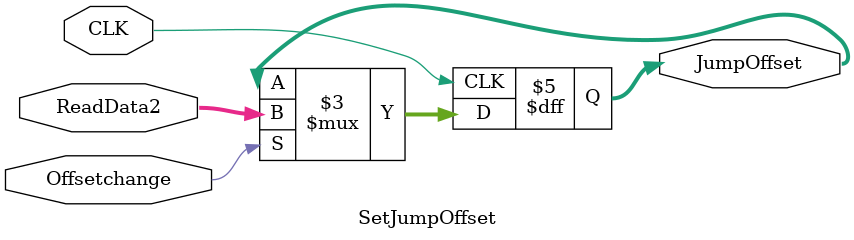
<source format=v>
module SetJumpOffset(CLK,ReadData2, Offsetchange, JumpOffset);
 input CLK;
 input [31:0] ReadData2;
 input Offsetchange;
 output reg [31:0] JumpOffset;
 
 initial begin
		JumpOffset <= 0;
	end
	always@(posedge CLK)begin
		if(Offsetchange)begin
			JumpOffset <= ReadData2;
		end
	end
endmodule

</source>
